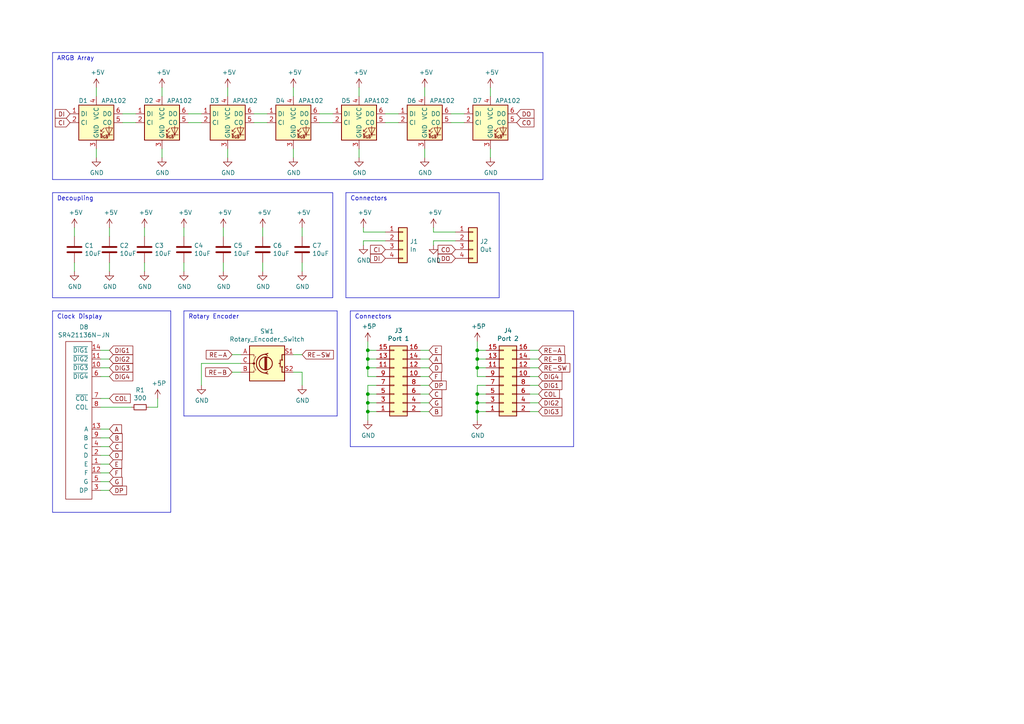
<source format=kicad_sch>
(kicad_sch (version 20230121) (generator eeschema)
  (paper "A4")
  (lib_symbols
    (symbol "Connector_Generic:Conn_01x04" (pin_names (offset 1.016) hide)
      (property "Reference" "J" (at 0 5.08 0))
      (property "Value" "Conn_01x04" (at 0 -7.62 0))
      (symbol "Conn_01x04_1_1"
        (rectangle (start -1.27 -4.953) (end 0 -5.207) (stroke (width 0.1524)))
        (rectangle (start -1.27 -2.413) (end 0 -2.667) (stroke (width 0.1524)))
        (rectangle (start -1.27 0.127) (end 0 -0.127) (stroke (width 0.1524)))
        (rectangle (start -1.27 2.667) (end 0 2.413) (stroke (width 0.1524)))
        (rectangle (start -1.27 3.81) (end 1.27 -6.35) (stroke (width 0.254)) (fill (type background)))
        (pin passive line (at -5.08 2.54 0) (length 3.81) (name "Pin_1") (number "1"))
        (pin passive line (at -5.08 0 0) (length 3.81) (name "Pin_2") (number "2"))
        (pin passive line (at -5.08 -2.54 0) (length 3.81) (name "Pin_3") (number "3"))
        (pin passive line (at -5.08 -5.08 0) (length 3.81) (name "Pin_4") (number "4"))
      )
    )
    (symbol "Connector_Generic:Conn_02x08_Odd_Even" (pin_names (offset 1.016) hide)
      (property "Reference" "J" (at 1.27 10.16 0))
      (property "Value" "Conn_02x08_Odd_Even" (at 1.27 -12.7 0))
      (symbol "Conn_02x08_Odd_Even_1_1"
        (rectangle (start -1.27 -10.033) (end 0 -10.287) (stroke (width 0.1524)))
        (rectangle (start -1.27 -7.493) (end 0 -7.747) (stroke (width 0.1524)))
        (rectangle (start -1.27 -4.953) (end 0 -5.207) (stroke (width 0.1524)))
        (rectangle (start -1.27 -2.413) (end 0 -2.667) (stroke (width 0.1524)))
        (rectangle (start -1.27 0.127) (end 0 -0.127) (stroke (width 0.1524)))
        (rectangle (start -1.27 2.667) (end 0 2.413) (stroke (width 0.1524)))
        (rectangle (start -1.27 5.207) (end 0 4.953) (stroke (width 0.1524)))
        (rectangle (start -1.27 7.747) (end 0 7.493) (stroke (width 0.1524)))
        (rectangle (start -1.27 8.89) (end 3.81 -11.43) (stroke (width 0.254)) (fill (type background)))
        (rectangle (start 3.81 -10.033) (end 2.54 -10.287) (stroke (width 0.1524)))
        (rectangle (start 3.81 -7.493) (end 2.54 -7.747) (stroke (width 0.1524)))
        (rectangle (start 3.81 -4.953) (end 2.54 -5.207) (stroke (width 0.1524)))
        (rectangle (start 3.81 -2.413) (end 2.54 -2.667) (stroke (width 0.1524)))
        (rectangle (start 3.81 0.127) (end 2.54 -0.127) (stroke (width 0.1524)))
        (rectangle (start 3.81 2.667) (end 2.54 2.413) (stroke (width 0.1524)))
        (rectangle (start 3.81 5.207) (end 2.54 4.953) (stroke (width 0.1524)))
        (rectangle (start 3.81 7.747) (end 2.54 7.493) (stroke (width 0.1524)))
        (pin passive line (at -5.08 7.62 0) (length 3.81) (name "Pin_1") (number "1"))
        (pin passive line (at 7.62 -2.54 180) (length 3.81) (name "Pin_10") (number "10"))
        (pin passive line (at -5.08 -5.08 0) (length 3.81) (name "Pin_11") (number "11"))
        (pin passive line (at 7.62 -5.08 180) (length 3.81) (name "Pin_12") (number "12"))
        (pin passive line (at -5.08 -7.62 0) (length 3.81) (name "Pin_13") (number "13"))
        (pin passive line (at 7.62 -7.62 180) (length 3.81) (name "Pin_14") (number "14"))
        (pin passive line (at -5.08 -10.16 0) (length 3.81) (name "Pin_15") (number "15"))
        (pin passive line (at 7.62 -10.16 180) (length 3.81) (name "Pin_16") (number "16"))
        (pin passive line (at 7.62 7.62 180) (length 3.81) (name "Pin_2") (number "2"))
        (pin passive line (at -5.08 5.08 0) (length 3.81) (name "Pin_3") (number "3"))
        (pin passive line (at 7.62 5.08 180) (length 3.81) (name "Pin_4") (number "4"))
        (pin passive line (at -5.08 2.54 0) (length 3.81) (name "Pin_5") (number "5"))
        (pin passive line (at 7.62 2.54 180) (length 3.81) (name "Pin_6") (number "6"))
        (pin passive line (at -5.08 0 0) (length 3.81) (name "Pin_7") (number "7"))
        (pin passive line (at 7.62 0 180) (length 3.81) (name "Pin_8") (number "8"))
        (pin passive line (at -5.08 -2.54 0) (length 3.81) (name "Pin_9") (number "9"))
      )
    )
    (symbol "Device:C" (pin_numbers hide) (pin_names (offset 0.254))
      (property "Reference" "C" (at 0.635 2.54 0))
      (property "Value" "C" (at 0.635 -2.54 0))
      (symbol "C_0_1"
        (polyline (pts (xy -2.032 -0.762) (xy 2.032 -0.762)) (stroke (width 0.508)))
        (polyline (pts (xy -2.032 0.762) (xy 2.032 0.762)) (stroke (width 0.508)))
      )
      (symbol "C_1_1"
        (pin passive line (at 0 3.81 270) (length 2.794) (name "~") (number "1"))
        (pin passive line (at 0 -3.81 90) (length 2.794) (name "~") (number "2"))
      )
    )
    (symbol "Device:R_Small" (pin_numbers hide) (pin_names (offset 0.254) hide)
      (property "Reference" "R" (at 0.762 0.508 0))
      (property "Value" "R_Small" (at 0.762 -1.016 0))
      (symbol "R_Small_0_1"
        (rectangle (start -0.762 1.778) (end 0.762 -1.778) (stroke (width 0.2032)))
      )
      (symbol "R_Small_1_1"
        (pin passive line (at 0 2.54 270) (length 0.762) (name "~") (number "1"))
        (pin passive line (at 0 -2.54 90) (length 0.762) (name "~") (number "2"))
      )
    )
    (symbol "Device:RotaryEncoder_Switch" (pin_names (offset 0.254) hide)
      (property "Reference" "SW" (at 0 6.604 0))
      (property "Value" "RotaryEncoder_Switch" (at 0 -6.604 0))
      (symbol "RotaryEncoder_Switch_0_1"
        (rectangle (start -5.08 5.08) (end 5.08 -5.08) (stroke (width 0.254)) (fill (type background)))
        (circle (center -3.81 0) (radius 0.254) (fill (type outline)))
        (circle (center -0.381 0) (radius 1.905) (stroke (width 0.254)))
        (arc (start -0.381 2.667) (mid -3.0988 -0.0635) (end -0.381 -2.794) (stroke (width 0.254)))
        (polyline (pts (xy -0.635 -1.778) (xy -0.635 1.778)) (stroke (width 0.254)))
        (polyline (pts (xy -0.381 -1.778) (xy -0.381 1.778)) (stroke (width 0.254)))
        (polyline (pts (xy -0.127 1.778) (xy -0.127 -1.778)) (stroke (width 0.254)))
        (polyline (pts (xy 3.81 0) (xy 3.429 0)) (stroke (width 0.254)))
        (polyline (pts (xy 3.81 1.016) (xy 3.81 -1.016)) (stroke (width 0.254)))
        (polyline (pts (xy -5.08 -2.54) (xy -3.81 -2.54) (xy -3.81 -2.032)))
        (polyline (pts (xy -5.08 2.54) (xy -3.81 2.54) (xy -3.81 2.032)))
        (polyline (pts (xy 0.254 -3.048) (xy -0.508 -2.794) (xy 0.127 -2.413)) (stroke (width 0.254)))
        (polyline (pts (xy 0.254 2.921) (xy -0.508 2.667) (xy 0.127 2.286)) (stroke (width 0.254)))
        (polyline (pts (xy 5.08 -2.54) (xy 4.318 -2.54) (xy 4.318 -1.016)) (stroke (width 0.254)))
        (polyline (pts (xy 5.08 2.54) (xy 4.318 2.54) (xy 4.318 1.016)) (stroke (width 0.254)))
        (polyline (pts (xy -5.08 0) (xy -3.81 0) (xy -3.81 -1.016) (xy -3.302 -2.032)))
        (polyline (pts (xy -4.318 0) (xy -3.81 0) (xy -3.81 1.016) (xy -3.302 2.032)))
        (circle (center 4.318 -1.016) (radius 0.127) (stroke (width 0.254)))
        (circle (center 4.318 1.016) (radius 0.127) (stroke (width 0.254)))
      )
      (symbol "RotaryEncoder_Switch_1_1"
        (pin passive line (at -7.62 2.54 0) (length 2.54) (name "A") (number "A"))
        (pin passive line (at -7.62 -2.54 0) (length 2.54) (name "B") (number "B"))
        (pin passive line (at -7.62 0 0) (length 2.54) (name "C") (number "C"))
        (pin passive line (at 7.62 2.54 180) (length 2.54) (name "S1") (number "S1"))
        (pin passive line (at 7.62 -2.54 180) (length 2.54) (name "S2") (number "S2"))
      )
    )
    (symbol "KTANE:SR421136N-JN" (pin_names (offset 1.016))
      (property "Reference" "D" (at 0 25.4 0))
      (property "Value" "SR421136N-JN" (at 0 -25.4 0))
      (symbol "SR421136N-JN_0_1"
        (rectangle (start 3.81 22.86) (end -3.81 -22.86))
      )
      (symbol "SR421136N-JN_1_1"
        (pin input line (at 6.35 -12.7 180) (length 2.54) (name "E") (number "1"))
        (pin input line (at 6.35 15.24 180) (length 2.54) (name "~{DIG3}") (number "10"))
        (pin input line (at 6.35 17.78 180) (length 2.54) (name "~{DIG2}") (number "11"))
        (pin input line (at 6.35 -15.24 180) (length 2.54) (name "F") (number "12"))
        (pin input line (at 6.35 -2.54 180) (length 2.54) (name "A") (number "13"))
        (pin input line (at 6.35 20.32 180) (length 2.54) (name "~{DIG1}") (number "14"))
        (pin input line (at 6.35 -10.16 180) (length 2.54) (name "D") (number "2"))
        (pin input line (at 6.35 -20.32 180) (length 2.54) (name "DP") (number "3"))
        (pin input line (at 6.35 -7.62 180) (length 2.54) (name "C") (number "4"))
        (pin input line (at 6.35 -17.78 180) (length 2.54) (name "G") (number "5"))
        (pin input line (at 6.35 12.7 180) (length 2.54) (name "~{DIG4}") (number "6"))
        (pin input line (at 6.35 6.35 180) (length 2.54) (name "~{COL}") (number "7"))
        (pin input line (at 6.35 3.81 180) (length 2.54) (name "COL") (number "8"))
        (pin input line (at 6.35 -5.08 180) (length 2.54) (name "B") (number "9"))
      )
    )
    (symbol "LED:APA102"
      (property "Reference" "D" (at 5.08 5.715 0))
      (property "Value" "APA102" (at 1.27 -5.715 0))
      (symbol "APA102_0_0"
        (text "RGB" (at 2.286 -4.191 0) (effects (font (size 0.762 0.762))))
      )
      (symbol "APA102_0_1"
        (polyline (pts (xy 1.27 -3.556) (xy 1.778 -3.556)))
        (polyline (pts (xy 1.27 -2.54) (xy 1.778 -2.54)))
        (polyline (pts (xy 4.699 -3.556) (xy 2.667 -3.556)))
        (polyline (pts (xy 2.286 -2.54) (xy 1.27 -3.556) (xy 1.27 -3.048)))
        (polyline (pts (xy 2.286 -1.524) (xy 1.27 -2.54) (xy 1.27 -2.032)))
        (polyline (pts (xy 3.683 -1.016) (xy 3.683 -3.556) (xy 3.683 -4.064)))
        (polyline (pts (xy 4.699 -1.524) (xy 2.667 -1.524) (xy 3.683 -3.556) (xy 4.699 -1.524)))
        (rectangle (start 5.08 5.08) (end -5.08 -5.08) (stroke (width 0.254)) (fill (type background)))
      )
      (symbol "APA102_1_1"
        (pin input line (at -7.62 2.54 0) (length 2.54) (name "DI") (number "1"))
        (pin input line (at -7.62 0 0) (length 2.54) (name "CI") (number "2"))
        (pin power_in line (at 0 -7.62 90) (length 2.54) (name "GND") (number "3"))
        (pin power_in line (at 0 7.62 270) (length 2.54) (name "VCC") (number "4"))
        (pin output line (at 7.62 0 180) (length 2.54) (name "CO") (number "5"))
        (pin output line (at 7.62 2.54 180) (length 2.54) (name "DO") (number "6"))
      )
    )
    (symbol "power:+5P" (power) (pin_names (offset 0))
      (property "Value" "+5P" (at 0 3.556 0))
      (symbol "+5P_0_1"
        (polyline (pts (xy -0.762 1.27) (xy 0 2.54)))
        (polyline (pts (xy 0 0) (xy 0 2.54)))
        (polyline (pts (xy 0 2.54) (xy 0.762 1.27)))
      )
      (symbol "+5P_1_1"
        (pin power_in line (at 0 0 90) (length 0) hide (name "+5P") (number "1"))
      )
    )
    (symbol "power:+5V" (power) (pin_names (offset 0))
      (property "Value" "+5V" (at 0 3.556 0))
      (symbol "+5V_0_1"
        (polyline (pts (xy -0.762 1.27) (xy 0 2.54)))
        (polyline (pts (xy 0 0) (xy 0 2.54)))
        (polyline (pts (xy 0 2.54) (xy 0.762 1.27)))
      )
      (symbol "+5V_1_1"
        (pin power_in line (at 0 0 90) (length 0) hide (name "+5V") (number "1"))
      )
    )
    (symbol "power:GND" (power) (pin_names (offset 0))
      (property "Value" "GND" (at 0 -3.81 0))
      (symbol "GND_0_1"
        (polyline (pts (xy 0 0) (xy 0 -1.27) (xy 1.27 -1.27) (xy 0 -2.54) (xy -1.27 -1.27) (xy 0 -1.27)))
      )
      (symbol "GND_1_1"
        (pin power_in line (at 0 0 270) (length 0) hide (name "GND") (number "1"))
      )
    )
  )
  (junction (at 106.68 116.84))
  (junction (at 138.43 119.38))
  (junction (at 138.43 106.68))
  (junction (at 106.68 101.6))
  (junction (at 138.43 104.14))
  (junction (at 106.68 119.38))
  (junction (at 106.68 104.14))
  (junction (at 106.68 114.3))
  (junction (at 138.43 101.6))
  (junction (at 106.68 106.68))
  (junction (at 138.43 114.3))
  (junction (at 138.43 116.84))
  (wire (pts (xy 140.97 106.68) (xy 138.43 106.68)))
  (wire (pts (xy 106.68 109.22) (xy 106.68 106.68)))
  (wire (pts (xy 138.43 109.22) (xy 140.97 109.22)))
  (wire (pts (xy 109.22 116.84) (xy 106.68 116.84)))
  (wire (pts (xy 123.19 43.18) (xy 123.19 45.72)))
  (polyline (pts (xy 15.24 90.17) (xy 15.24 148.59)))
  (wire (pts (xy 21.59 66.04) (xy 21.59 68.58)))
  (wire (pts (xy 138.43 99.06) (xy 138.43 101.6)))
  (wire (pts (xy 138.43 111.76) (xy 140.97 111.76)))
  (wire (pts (xy 138.43 119.38) (xy 138.43 116.84)))
  (wire (pts (xy 140.97 119.38) (xy 138.43 119.38)))
  (wire (pts (xy 109.22 114.3) (xy 106.68 114.3)))
  (wire (pts (xy 138.43 114.3) (xy 138.43 111.76)))
  (wire (pts (xy 124.46 119.38) (xy 121.92 119.38)))
  (wire (pts (xy 106.68 111.76) (xy 106.68 114.3)))
  (wire (pts (xy 46.99 43.18) (xy 46.99 45.72)))
  (wire (pts (xy 66.04 25.4) (xy 66.04 27.94)))
  (wire (pts (xy 31.75 76.2) (xy 31.75 78.74)))
  (wire (pts (xy 153.67 114.3) (xy 156.21 114.3)))
  (wire (pts (xy 124.46 109.22) (xy 121.92 109.22)))
  (polyline (pts (xy 157.48 15.24) (xy 157.48 52.07)))
  (wire (pts (xy 104.14 43.18) (xy 104.14 45.72)))
  (wire (pts (xy 66.04 43.18) (xy 66.04 45.72)))
  (wire (pts (xy 67.31 102.87) (xy 69.85 102.87)))
  (wire (pts (xy 87.63 111.76) (xy 87.63 107.95)))
  (wire (pts (xy 45.72 118.11) (xy 45.72 115.57)))
  (wire (pts (xy 41.91 68.58) (xy 41.91 66.04)))
  (wire (pts (xy 125.73 69.85) (xy 125.73 71.12)))
  (wire (pts (xy 67.31 107.95) (xy 69.85 107.95)))
  (wire (pts (xy 138.43 116.84) (xy 138.43 114.3)))
  (wire (pts (xy 64.77 76.2) (xy 64.77 78.74)))
  (wire (pts (xy 138.43 121.92) (xy 138.43 119.38)))
  (polyline (pts (xy 97.79 90.17) (xy 97.79 120.65)))
  (wire (pts (xy 29.21 127) (xy 31.75 127)))
  (wire (pts (xy 76.2 66.04) (xy 76.2 68.58)))
  (wire (pts (xy 69.85 105.41) (xy 58.42 105.41)))
  (polyline (pts (xy 96.52 55.88) (xy 96.52 86.36)))
  (wire (pts (xy 43.18 118.11) (xy 45.72 118.11)))
  (wire (pts (xy 156.21 106.68) (xy 153.67 106.68)))
  (wire (pts (xy 138.43 104.14) (xy 138.43 106.68)))
  (wire (pts (xy 153.67 109.22) (xy 156.21 109.22)))
  (wire (pts (xy 109.22 119.38) (xy 106.68 119.38)))
  (wire (pts (xy 106.68 119.38) (xy 106.68 121.92)))
  (wire (pts (xy 130.81 33.02) (xy 134.62 33.02)))
  (polyline (pts (xy 101.6 129.54) (xy 101.6 90.17)))
  (wire (pts (xy 58.42 105.41) (xy 58.42 111.76)))
  (wire (pts (xy 46.99 27.94) (xy 46.99 25.4)))
  (polyline (pts (xy 15.24 86.36) (xy 15.24 55.88)))
  (wire (pts (xy 109.22 109.22) (xy 106.68 109.22)))
  (wire (pts (xy 76.2 76.2) (xy 76.2 78.74)))
  (wire (pts (xy 153.67 104.14) (xy 156.21 104.14)))
  (wire (pts (xy 153.67 119.38) (xy 156.21 119.38)))
  (wire (pts (xy 92.71 33.02) (xy 96.52 33.02)))
  (wire (pts (xy 31.75 137.16) (xy 29.21 137.16)))
  (wire (pts (xy 85.09 43.18) (xy 85.09 45.72)))
  (wire (pts (xy 105.41 67.31) (xy 105.41 66.04)))
  (wire (pts (xy 132.08 67.31) (xy 125.73 67.31)))
  (polyline (pts (xy 49.53 148.59) (xy 49.53 90.17)))
  (wire (pts (xy 111.76 69.85) (xy 105.41 69.85)))
  (wire (pts (xy 64.77 66.04) (xy 64.77 68.58)))
  (polyline (pts (xy 101.6 90.17) (xy 166.37 90.17)))
  (wire (pts (xy 125.73 67.31) (xy 125.73 66.04)))
  (wire (pts (xy 140.97 116.84) (xy 138.43 116.84)))
  (wire (pts (xy 104.14 25.4) (xy 104.14 27.94)))
  (wire (pts (xy 109.22 111.76) (xy 106.68 111.76)))
  (wire (pts (xy 31.75 132.08) (xy 29.21 132.08)))
  (wire (pts (xy 27.94 43.18) (xy 27.94 45.72)))
  (wire (pts (xy 130.81 35.56) (xy 134.62 35.56)))
  (wire (pts (xy 29.21 124.46) (xy 31.75 124.46)))
  (wire (pts (xy 140.97 114.3) (xy 138.43 114.3)))
  (wire (pts (xy 106.68 116.84) (xy 106.68 119.38)))
  (wire (pts (xy 92.71 35.56) (xy 96.52 35.56)))
  (wire (pts (xy 138.43 101.6) (xy 138.43 104.14)))
  (wire (pts (xy 31.75 104.14) (xy 29.21 104.14)))
  (polyline (pts (xy 49.53 90.17) (xy 15.24 90.17)))
  (wire (pts (xy 29.21 129.54) (xy 31.75 129.54)))
  (wire (pts (xy 156.21 111.76) (xy 153.67 111.76)))
  (wire (pts (xy 85.09 102.87) (xy 87.63 102.87)))
  (wire (pts (xy 106.68 101.6) (xy 106.68 99.06)))
  (wire (pts (xy 123.19 27.94) (xy 123.19 25.4)))
  (polyline (pts (xy 97.79 120.65) (xy 53.34 120.65)))
  (polyline (pts (xy 15.24 15.24) (xy 157.48 15.24)))
  (polyline (pts (xy 15.24 55.88) (xy 96.52 55.88)))
  (wire (pts (xy 87.63 76.2) (xy 87.63 78.74)))
  (wire (pts (xy 121.92 106.68) (xy 124.46 106.68)))
  (wire (pts (xy 87.63 107.95) (xy 85.09 107.95)))
  (polyline (pts (xy 53.34 90.17) (xy 97.79 90.17)))
  (wire (pts (xy 156.21 116.84) (xy 153.67 116.84)))
  (wire (pts (xy 53.34 76.2) (xy 53.34 78.74)))
  (polyline (pts (xy 15.24 52.07) (xy 15.24 15.24)))
  (wire (pts (xy 73.66 35.56) (xy 77.47 35.56)))
  (polyline (pts (xy 144.78 55.88) (xy 144.78 86.36)))
  (wire (pts (xy 21.59 76.2) (xy 21.59 78.74)))
  (wire (pts (xy 73.66 33.02) (xy 77.47 33.02)))
  (wire (pts (xy 132.08 69.85) (xy 125.73 69.85)))
  (wire (pts (xy 29.21 118.11) (xy 38.1 118.11)))
  (wire (pts (xy 106.68 104.14) (xy 106.68 101.6)))
  (wire (pts (xy 31.75 109.22) (xy 29.21 109.22)))
  (wire (pts (xy 124.46 114.3) (xy 121.92 114.3)))
  (wire (pts (xy 111.76 33.02) (xy 115.57 33.02)))
  (wire (pts (xy 142.24 25.4) (xy 142.24 27.94)))
  (wire (pts (xy 140.97 101.6) (xy 138.43 101.6)))
  (wire (pts (xy 124.46 104.14) (xy 121.92 104.14)))
  (polyline (pts (xy 100.33 86.36) (xy 100.33 55.88)))
  (wire (pts (xy 106.68 106.68) (xy 106.68 104.14)))
  (wire (pts (xy 85.09 27.94) (xy 85.09 25.4)))
  (wire (pts (xy 140.97 104.14) (xy 138.43 104.14)))
  (polyline (pts (xy 15.24 148.59) (xy 49.53 148.59)))
  (wire (pts (xy 142.24 43.18) (xy 142.24 45.72)))
  (wire (pts (xy 27.94 25.4) (xy 27.94 27.94)))
  (wire (pts (xy 106.68 106.68) (xy 109.22 106.68)))
  (wire (pts (xy 31.75 66.04) (xy 31.75 68.58)))
  (polyline (pts (xy 100.33 55.88) (xy 144.78 55.88)))
  (wire (pts (xy 121.92 111.76) (xy 124.46 111.76)))
  (wire (pts (xy 106.68 101.6) (xy 109.22 101.6)))
  (polyline (pts (xy 53.34 120.65) (xy 53.34 90.17)))
  (wire (pts (xy 41.91 76.2) (xy 41.91 78.74)))
  (wire (pts (xy 106.68 114.3) (xy 106.68 116.84)))
  (wire (pts (xy 35.56 35.56) (xy 39.37 35.56)))
  (wire (pts (xy 29.21 134.62) (xy 31.75 134.62)))
  (wire (pts (xy 35.56 33.02) (xy 39.37 33.02)))
  (wire (pts (xy 29.21 142.24) (xy 31.75 142.24)))
  (wire (pts (xy 106.68 104.14) (xy 109.22 104.14)))
  (wire (pts (xy 138.43 106.68) (xy 138.43 109.22)))
  (polyline (pts (xy 144.78 86.36) (xy 100.33 86.36)))
  (wire (pts (xy 29.21 106.68) (xy 31.75 106.68)))
  (wire (pts (xy 87.63 66.04) (xy 87.63 68.58)))
  (wire (pts (xy 54.61 35.56) (xy 58.42 35.56)))
  (wire (pts (xy 111.76 67.31) (xy 105.41 67.31)))
  (wire (pts (xy 105.41 69.85) (xy 105.41 71.12)))
  (wire (pts (xy 54.61 33.02) (xy 58.42 33.02)))
  (wire (pts (xy 53.34 66.04) (xy 53.34 68.58)))
  (wire (pts (xy 29.21 101.6) (xy 31.75 101.6)))
  (polyline (pts (xy 166.37 129.54) (xy 101.6 129.54)))
  (polyline (pts (xy 166.37 90.17) (xy 166.37 129.54)))
  (wire (pts (xy 121.92 101.6) (xy 124.46 101.6)))
  (wire (pts (xy 156.21 101.6) (xy 153.67 101.6)))
  (wire (pts (xy 31.75 139.7) (xy 29.21 139.7)))
  (polyline (pts (xy 96.52 86.36) (xy 15.24 86.36)))
  (wire (pts (xy 29.21 115.57) (xy 31.75 115.57)))
  (polyline (pts (xy 157.48 52.07) (xy 15.24 52.07)))
  (wire (pts (xy 111.76 35.56) (xy 115.57 35.56)))
  (wire (pts (xy 121.92 116.84) (xy 124.46 116.84)))
  (text "Rotary Encoder" (at 54.61 92.71 0) (effects (font (size 1.27 1.27)) (justify left bottom)))
  (text "Connectors" (at 101.6 58.42 0) (effects (font (size 1.27 1.27)) (justify left bottom)))
  (text "Connectors" (at 102.87 92.71 0) (effects (font (size 1.27 1.27)) (justify left bottom)))
  (text "Decoupling" (at 16.51 58.42 0) (effects (font (size 1.27 1.27)) (justify left bottom)))
  (text "ARGB Array" (at 16.51 17.78 0) (effects (font (size 1.27 1.27)) (justify left bottom)))
  (text "Clock Display" (at 16.51 92.71 0) (effects (font (size 1.27 1.27)) (justify left bottom)))
  (global_label "DIG1" (shape input) (at 156.21 111.76 0) (property "Intersheetrefs" "${INTERSHEET_REFS}" (effects hide)))
  (global_label "E" (shape input) (at 124.46 101.6 0) (property "Intersheetrefs" "${INTERSHEET_REFS}" (effects hide)))
  (global_label "DO" (shape input) (at 132.08 74.93 180) (property "Intersheetrefs" "${INTERSHEET_REFS}" (effects hide)))
  (global_label "RE-SW" (shape input) (at 156.21 106.68 0) (property "Intersheetrefs" "${INTERSHEET_REFS}" (effects hide)))
  (global_label "RE-SW" (shape input) (at 87.63 102.87 0) (property "Intersheetrefs" "${INTERSHEET_REFS}" (effects hide)))
  (global_label "CO" (shape input) (at 149.86 35.56 0) (property "Intersheetrefs" "${INTERSHEET_REFS}" (effects hide)))
  (global_label "COL" (shape input) (at 31.75 115.57 0) (property "Intersheetrefs" "${INTERSHEET_REFS}" (effects hide)))
  (global_label "A" (shape input) (at 124.46 104.14 0) (property "Intersheetrefs" "${INTERSHEET_REFS}" (effects hide)))
  (global_label "DI" (shape input) (at 111.76 74.93 180) (property "Intersheetrefs" "${INTERSHEET_REFS}" (effects hide)))
  (global_label "DP" (shape input) (at 31.75 142.24 0) (property "Intersheetrefs" "${INTERSHEET_REFS}" (effects hide)))
  (global_label "DIG2" (shape input) (at 31.75 104.14 0) (property "Intersheetrefs" "${INTERSHEET_REFS}" (effects hide)))
  (global_label "DO" (shape input) (at 149.86 33.02 0) (property "Intersheetrefs" "${INTERSHEET_REFS}" (effects hide)))
  (global_label "COL" (shape input) (at 156.21 114.3 0) (property "Intersheetrefs" "${INTERSHEET_REFS}" (effects hide)))
  (global_label "CI" (shape input) (at 20.32 35.56 180) (property "Intersheetrefs" "${INTERSHEET_REFS}" (effects hide)))
  (global_label "DIG3" (shape input) (at 156.21 119.38 0) (property "Intersheetrefs" "${INTERSHEET_REFS}" (effects hide)))
  (global_label "RE-B" (shape input) (at 156.21 104.14 0) (property "Intersheetrefs" "${INTERSHEET_REFS}" (effects hide)))
  (global_label "RE-A" (shape input) (at 156.21 101.6 0) (property "Intersheetrefs" "${INTERSHEET_REFS}" (effects hide)))
  (global_label "D" (shape input) (at 31.75 132.08 0) (property "Intersheetrefs" "${INTERSHEET_REFS}" (effects hide)))
  (global_label "DIG3" (shape input) (at 31.75 106.68 0) (property "Intersheetrefs" "${INTERSHEET_REFS}" (effects hide)))
  (global_label "CO" (shape input) (at 132.08 72.39 180) (property "Intersheetrefs" "${INTERSHEET_REFS}" (effects hide)))
  (global_label "DIG4" (shape input) (at 31.75 109.22 0) (property "Intersheetrefs" "${INTERSHEET_REFS}" (effects hide)))
  (global_label "DI" (shape input) (at 20.32 33.02 180) (property "Intersheetrefs" "${INTERSHEET_REFS}" (effects hide)))
  (global_label "B" (shape input) (at 124.46 119.38 0) (property "Intersheetrefs" "${INTERSHEET_REFS}" (effects hide)))
  (global_label "F" (shape input) (at 124.46 109.22 0) (property "Intersheetrefs" "${INTERSHEET_REFS}" (effects hide)))
  (global_label "G" (shape input) (at 124.46 116.84 0) (property "Intersheetrefs" "${INTERSHEET_REFS}" (effects hide)))
  (global_label "B" (shape input) (at 31.75 127 0) (property "Intersheetrefs" "${INTERSHEET_REFS}" (effects hide)))
  (global_label "E" (shape input) (at 31.75 134.62 0) (property "Intersheetrefs" "${INTERSHEET_REFS}" (effects hide)))
  (global_label "DP" (shape input) (at 124.46 111.76 0) (property "Intersheetrefs" "${INTERSHEET_REFS}" (effects hide)))
  (global_label "C" (shape input) (at 124.46 114.3 0) (property "Intersheetrefs" "${INTERSHEET_REFS}" (effects hide)))
  (global_label "C" (shape input) (at 31.75 129.54 0) (property "Intersheetrefs" "${INTERSHEET_REFS}" (effects hide)))
  (global_label "RE-A" (shape input) (at 67.31 102.87 180) (property "Intersheetrefs" "${INTERSHEET_REFS}" (effects hide)))
  (global_label "CI" (shape input) (at 111.76 72.39 180) (property "Intersheetrefs" "${INTERSHEET_REFS}" (effects hide)))
  (global_label "DIG2" (shape input) (at 156.21 116.84 0) (property "Intersheetrefs" "${INTERSHEET_REFS}" (effects hide)))
  (global_label "RE-B" (shape input) (at 67.31 107.95 180) (property "Intersheetrefs" "${INTERSHEET_REFS}" (effects hide)))
  (global_label "D" (shape input) (at 124.46 106.68 0) (property "Intersheetrefs" "${INTERSHEET_REFS}" (effects hide)))
  (global_label "F" (shape input) (at 31.75 137.16 0) (property "Intersheetrefs" "${INTERSHEET_REFS}" (effects hide)))
  (global_label "A" (shape input) (at 31.75 124.46 0) (property "Intersheetrefs" "${INTERSHEET_REFS}" (effects hide)))
  (global_label "DIG1" (shape input) (at 31.75 101.6 0) (property "Intersheetrefs" "${INTERSHEET_REFS}" (effects hide)))
  (global_label "G" (shape input) (at 31.75 139.7 0) (property "Intersheetrefs" "${INTERSHEET_REFS}" (effects hide)))
  (global_label "DIG4" (shape input) (at 156.21 109.22 0) (property "Intersheetrefs" "${INTERSHEET_REFS}" (effects hide)))
  (symbol (lib_id "KTANE:SR421136N-JN") (at 22.86 121.92 0) (unit 1)
    (property "Reference" "D8" (at 24.3332 94.869 0))
    (property "Value" "SR421136N-JN" (at 24.3332 97.1804 0))
    (property "Footprint" "Display:ARK1136" (effects hide))
  )
  (symbol (lib_id "Device:RotaryEncoder_Switch") (at 77.47 105.41 0) (unit 1)
    (property "Reference" "SW1" (at 77.47 96.0882 0))
    (property "Value" "Rotary_Encoder_Switch" (at 77.47 98.3996 0))
    (property "Footprint" "Rotary_Encoder:RotaryEncoder_Alps_EC11E-Switch_Vertical_H20mm" (effects hide))
  )
  (symbol (lib_id "Connector_Generic:Conn_02x08_Odd_Even") (at 114.3 111.76 0) (mirror x) (unit 1)
    (property "Reference" "J3" (at 115.57 95.885 0))
    (property "Value" "Port 1" (at 115.57 98.1964 0))
    (property "Footprint" "Custom:PinHeader_2x08_P2.54mm_Vertical-Centered" (effects hide))
  )
  (symbol (lib_id "Connector_Generic:Conn_02x08_Odd_Even") (at 146.05 111.76 0) (mirror x) (unit 1)
    (property "Reference" "J4" (at 147.32 95.885 0))
    (property "Value" "Port 2" (at 147.32 98.1964 0))
    (property "Footprint" "Custom:PinHeader_2x08_P2.54mm_Vertical-Centered" (effects hide))
  )
  (symbol (lib_id "power:GND") (at 87.63 111.76 0) (unit 1)
    (property "Reference" "#PWR034" (effects hide))
    (property "Value" "GND" (at 87.757 116.1542 0))
  )
  (symbol (lib_id "power:GND") (at 58.42 111.76 0) (unit 1)
    (property "Reference" "#PWR033" (effects hide))
    (property "Value" "GND" (at 58.547 116.1542 0))
  )
  (symbol (lib_id "Device:R_Small") (at 40.64 118.11 270) (unit 1)
    (property "Reference" "R1" (at 40.64 113.1316 90))
    (property "Value" "300" (at 40.64 115.443 90))
    (property "Footprint" "Resistor_SMD:R_0805_2012Metric" (effects hide))
  )
  (symbol (lib_id "LED:APA102") (at 27.94 35.56 0) (unit 1)
    (property "Reference" "D1" (at 24.13 29.21 0))
    (property "Value" "APA102" (at 33.02 29.21 0))
    (property "Footprint" "LED_SMD:LED_RGB_5050-6" (effects hide))
    (property "Datasheet" "http://www.led-color.com/upload/201506/APA102%20LED.pdf" (effects hide))
  )
  (symbol (lib_id "LED:APA102") (at 46.99 35.56 0) (unit 1)
    (property "Reference" "D2" (at 43.18 29.21 0))
    (property "Value" "APA102" (at 52.07 29.21 0))
    (property "Footprint" "LED_SMD:LED_RGB_5050-6" (effects hide))
    (property "Datasheet" "http://www.led-color.com/upload/201506/APA102%20LED.pdf" (effects hide))
  )
  (symbol (lib_id "LED:APA102") (at 66.04 35.56 0) (unit 1)
    (property "Reference" "D3" (at 62.23 29.21 0))
    (property "Value" "APA102" (at 71.12 29.21 0))
    (property "Footprint" "LED_SMD:LED_RGB_5050-6" (effects hide))
    (property "Datasheet" "http://www.led-color.com/upload/201506/APA102%20LED.pdf" (effects hide))
  )
  (symbol (lib_id "LED:APA102") (at 85.09 35.56 0) (unit 1)
    (property "Reference" "D4" (at 81.28 29.21 0))
    (property "Value" "APA102" (at 90.17 29.21 0))
    (property "Footprint" "LED_SMD:LED_RGB_5050-6" (effects hide))
    (property "Datasheet" "http://www.led-color.com/upload/201506/APA102%20LED.pdf" (effects hide))
  )
  (symbol (lib_id "LED:APA102") (at 104.14 35.56 0) (unit 1)
    (property "Reference" "D5" (at 100.33 29.21 0))
    (property "Value" "APA102" (at 109.22 29.21 0))
    (property "Footprint" "LED_SMD:LED_RGB_5050-6" (effects hide))
    (property "Datasheet" "http://www.led-color.com/upload/201506/APA102%20LED.pdf" (effects hide))
  )
  (symbol (lib_id "Device:C") (at 21.59 72.39 0) (unit 1)
    (property "Reference" "C1" (at 24.511 71.2216 0) (effects (justify left)))
    (property "Value" "10uF" (at 24.511 73.533 0) (effects (justify left)))
    (property "Footprint" "Capacitor_SMD:C_0805_2012Metric" (effects hide))
  )
  (symbol (lib_id "Device:C") (at 31.75 72.39 0) (unit 1)
    (property "Reference" "C2" (at 34.671 71.2216 0) (effects (justify left)))
    (property "Value" "10uF" (at 34.671 73.533 0) (effects (justify left)))
    (property "Footprint" "Capacitor_SMD:C_0805_2012Metric" (effects hide))
  )
  (symbol (lib_id "Device:C") (at 41.91 72.39 0) (unit 1)
    (property "Reference" "C3" (at 44.831 71.2216 0) (effects (justify left)))
    (property "Value" "10uF" (at 44.831 73.533 0) (effects (justify left)))
    (property "Footprint" "Capacitor_SMD:C_0805_2012Metric" (effects hide))
  )
  (symbol (lib_id "Device:C") (at 53.34 72.39 0) (unit 1)
    (property "Reference" "C4" (at 56.261 71.2216 0) (effects (justify left)))
    (property "Value" "10uF" (at 56.261 73.533 0) (effects (justify left)))
    (property "Footprint" "Capacitor_SMD:C_0805_2012Metric" (effects hide))
  )
  (symbol (lib_id "Device:C") (at 64.77 72.39 0) (unit 1)
    (property "Reference" "C5" (at 67.691 71.2216 0) (effects (justify left)))
    (property "Value" "10uF" (at 67.691 73.533 0) (effects (justify left)))
    (property "Footprint" "Capacitor_SMD:C_0805_2012Metric" (effects hide))
  )
  (symbol (lib_id "power:GND") (at 21.59 78.74 0) (unit 1)
    (property "Reference" "#PWR026" (effects hide))
    (property "Value" "GND" (at 21.717 83.1342 0))
  )
  (symbol (lib_id "power:GND") (at 31.75 78.74 0) (unit 1)
    (property "Reference" "#PWR027" (effects hide))
    (property "Value" "GND" (at 31.877 83.1342 0))
  )
  (symbol (lib_id "power:GND") (at 41.91 78.74 0) (unit 1)
    (property "Reference" "#PWR028" (effects hide))
    (property "Value" "GND" (at 42.037 83.1342 0))
  )
  (symbol (lib_id "power:GND") (at 53.34 78.74 0) (unit 1)
    (property "Reference" "#PWR029" (effects hide))
    (property "Value" "GND" (at 53.467 83.1342 0))
  )
  (symbol (lib_id "power:GND") (at 64.77 78.74 0) (unit 1)
    (property "Reference" "#PWR030" (effects hide))
    (property "Value" "GND" (at 64.897 83.1342 0))
  )
  (symbol (lib_id "power:GND") (at 27.94 45.72 0) (unit 1)
    (property "Reference" "#PWR08" (effects hide))
    (property "Value" "GND" (at 28.067 50.1142 0))
  )
  (symbol (lib_id "power:GND") (at 46.99 45.72 0) (unit 1)
    (property "Reference" "#PWR09" (effects hide))
    (property "Value" "GND" (at 47.117 50.1142 0))
  )
  (symbol (lib_id "power:GND") (at 66.04 45.72 0) (unit 1)
    (property "Reference" "#PWR010" (effects hide))
    (property "Value" "GND" (at 66.167 50.1142 0))
  )
  (symbol (lib_id "power:GND") (at 85.09 45.72 0) (unit 1)
    (property "Reference" "#PWR011" (effects hide))
    (property "Value" "GND" (at 85.217 50.1142 0))
  )
  (symbol (lib_id "power:GND") (at 104.14 45.72 0) (unit 1)
    (property "Reference" "#PWR012" (effects hide))
    (property "Value" "GND" (at 104.267 50.1142 0))
  )
  (symbol (lib_id "power:GND") (at 106.68 121.92 0) (unit 1)
    (property "Reference" "#PWR038" (effects hide))
    (property "Value" "GND" (at 106.807 126.3142 0))
  )
  (symbol (lib_id "power:+5V") (at 21.59 66.04 0) (unit 1)
    (property "Reference" "#PWR015" (effects hide))
    (property "Value" "+5V" (at 21.971 61.6458 0))
  )
  (symbol (lib_id "power:GND") (at 138.43 121.92 0) (unit 1)
    (property "Reference" "#PWR039" (effects hide))
    (property "Value" "GND" (at 138.557 126.3142 0))
  )
  (symbol (lib_id "power:+5V") (at 31.75 66.04 0) (unit 1)
    (property "Reference" "#PWR016" (effects hide))
    (property "Value" "+5V" (at 32.131 61.6458 0))
  )
  (symbol (lib_id "power:+5V") (at 41.91 66.04 0) (unit 1)
    (property "Reference" "#PWR017" (effects hide))
    (property "Value" "+5V" (at 42.291 61.6458 0))
  )
  (symbol (lib_id "power:+5V") (at 53.34 66.04 0) (unit 1)
    (property "Reference" "#PWR018" (effects hide))
    (property "Value" "+5V" (at 53.721 61.6458 0))
  )
  (symbol (lib_id "power:+5V") (at 64.77 66.04 0) (unit 1)
    (property "Reference" "#PWR019" (effects hide))
    (property "Value" "+5V" (at 65.151 61.6458 0))
  )
  (symbol (lib_id "power:+5V") (at 27.94 25.4 0) (unit 1)
    (property "Reference" "#PWR01" (effects hide))
    (property "Value" "+5V" (at 28.321 21.0058 0))
  )
  (symbol (lib_id "power:+5V") (at 46.99 25.4 0) (unit 1)
    (property "Reference" "#PWR02" (effects hide))
    (property "Value" "+5V" (at 47.371 21.0058 0))
  )
  (symbol (lib_id "power:+5V") (at 66.04 25.4 0) (unit 1)
    (property "Reference" "#PWR03" (effects hide))
    (property "Value" "+5V" (at 66.421 21.0058 0))
  )
  (symbol (lib_id "power:+5V") (at 85.09 25.4 0) (unit 1)
    (property "Reference" "#PWR04" (effects hide))
    (property "Value" "+5V" (at 85.471 21.0058 0))
  )
  (symbol (lib_id "power:+5V") (at 104.14 25.4 0) (unit 1)
    (property "Reference" "#PWR05" (effects hide))
    (property "Value" "+5V" (at 104.521 21.0058 0))
  )
  (symbol (lib_id "LED:APA102") (at 123.19 35.56 0) (unit 1)
    (property "Reference" "D6" (at 119.38 29.21 0))
    (property "Value" "APA102" (at 128.27 29.21 0))
    (property "Footprint" "LED_SMD:LED_RGB_5050-6" (effects hide))
    (property "Datasheet" "http://www.led-color.com/upload/201506/APA102%20LED.pdf" (effects hide))
  )
  (symbol (lib_id "LED:APA102") (at 142.24 35.56 0) (unit 1)
    (property "Reference" "D7" (at 138.43 29.21 0))
    (property "Value" "APA102" (at 147.32 29.21 0))
    (property "Footprint" "LED_SMD:LED_RGB_5050-6" (effects hide))
    (property "Datasheet" "http://www.led-color.com/upload/201506/APA102%20LED.pdf" (effects hide))
  )
  (symbol (lib_id "power:GND") (at 123.19 45.72 0) (unit 1)
    (property "Reference" "#PWR013" (effects hide))
    (property "Value" "GND" (at 123.317 50.1142 0))
  )
  (symbol (lib_id "power:GND") (at 142.24 45.72 0) (unit 1)
    (property "Reference" "#PWR014" (effects hide))
    (property "Value" "GND" (at 142.367 50.1142 0))
  )
  (symbol (lib_id "power:+5V") (at 123.19 25.4 0) (unit 1)
    (property "Reference" "#PWR06" (effects hide))
    (property "Value" "+5V" (at 123.571 21.0058 0))
  )
  (symbol (lib_id "power:+5V") (at 142.24 25.4 0) (unit 1)
    (property "Reference" "#PWR07" (effects hide))
    (property "Value" "+5V" (at 142.621 21.0058 0))
  )
  (symbol (lib_id "power:+5V") (at 87.63 66.04 0) (unit 1)
    (property "Reference" "#PWR021" (effects hide))
    (property "Value" "+5V" (at 88.011 61.6458 0))
  )
  (symbol (lib_id "power:+5V") (at 76.2 66.04 0) (unit 1)
    (property "Reference" "#PWR020" (effects hide))
    (property "Value" "+5V" (at 76.581 61.6458 0))
  )
  (symbol (lib_id "power:GND") (at 87.63 78.74 0) (unit 1)
    (property "Reference" "#PWR032" (effects hide))
    (property "Value" "GND" (at 87.757 83.1342 0))
  )
  (symbol (lib_id "power:GND") (at 76.2 78.74 0) (unit 1)
    (property "Reference" "#PWR031" (effects hide))
    (property "Value" "GND" (at 76.327 83.1342 0))
  )
  (symbol (lib_id "Device:C") (at 87.63 72.39 0) (unit 1)
    (property "Reference" "C7" (at 90.551 71.2216 0) (effects (justify left)))
    (property "Value" "10uF" (at 90.551 73.533 0) (effects (justify left)))
    (property "Footprint" "Capacitor_SMD:C_0805_2012Metric" (effects hide))
  )
  (symbol (lib_id "Device:C") (at 76.2 72.39 0) (unit 1)
    (property "Reference" "C6" (at 79.121 71.2216 0) (effects (justify left)))
    (property "Value" "10uF" (at 79.121 73.533 0) (effects (justify left)))
    (property "Footprint" "Capacitor_SMD:C_0805_2012Metric" (effects hide))
  )
  (symbol (lib_id "Connector_Generic:Conn_01x04") (at 116.84 69.85 0) (unit 1)
    (property "Reference" "J1" (at 118.872 70.0532 0) (effects (justify left)))
    (property "Value" "In" (at 118.872 72.3646 0) (effects (justify left)))
    (property "Footprint" "Connector_JST:JST_PH_B4B-PH-SM4-TB_1x04-1MP_P2.00mm_Vertical" (effects hide))
  )
  (symbol (lib_id "Connector_Generic:Conn_01x04") (at 137.16 69.85 0) (unit 1)
    (property "Reference" "J2" (at 139.192 70.0532 0) (effects (justify left)))
    (property "Value" "Out" (at 139.192 72.3646 0) (effects (justify left)))
    (property "Footprint" "Connector_JST:JST_PH_B4B-PH-SM4-TB_1x04-1MP_P2.00mm_Vertical" (effects hide))
  )
  (symbol (lib_id "power:GND") (at 105.41 71.12 0) (unit 1)
    (property "Reference" "#PWR024" (effects hide))
    (property "Value" "GND" (at 105.537 75.5142 0))
  )
  (symbol (lib_id "power:GND") (at 125.73 71.12 0) (unit 1)
    (property "Reference" "#PWR025" (effects hide))
    (property "Value" "GND" (at 125.857 75.5142 0))
  )
  (symbol (lib_id "power:+5V") (at 105.41 66.04 0) (unit 1)
    (property "Reference" "#PWR022" (effects hide))
    (property "Value" "+5V" (at 105.791 61.6458 0))
  )
  (symbol (lib_id "power:+5V") (at 125.73 66.04 0) (unit 1)
    (property "Reference" "#PWR023" (effects hide))
    (property "Value" "+5V" (at 126.111 61.6458 0))
  )
  (symbol (lib_id "power:+5P") (at 138.43 99.06 0) (unit 1)
    (property "Reference" "#PWR0101" (effects hide))
    (property "Value" "+5P" (at 138.811 94.6658 0))
  )
  (symbol (lib_id "power:+5P") (at 106.68 99.06 0) (unit 1)
    (property "Reference" "#PWR0102" (effects hide))
    (property "Value" "+5P" (at 107.061 94.6658 0))
  )
  (symbol (lib_id "power:+5P") (at 45.72 115.57 0) (unit 1)
    (property "Reference" "#PWR0103" (effects hide))
    (property "Value" "+5P" (at 46.101 111.1758 0))
  )
)
</source>
